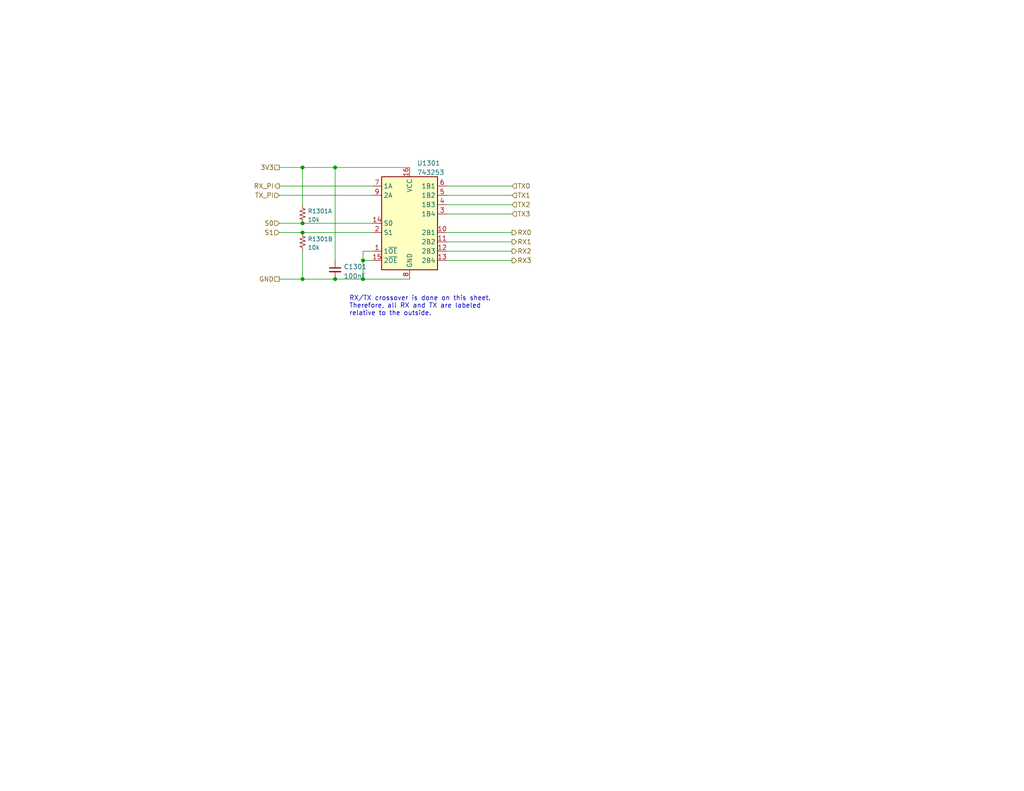
<source format=kicad_sch>
(kicad_sch (version 20211123) (generator eeschema)
  (paper "USLetter")
  (title_block (title "Rollercoasterometer") (date "2022-10-07") (company "Kwan Systems"))
  (lib_symbols
    (symbol "Analog_Switch:SN74CBT3253"
      (property "Reference" "U" (at -7.62 13.97 0))
      (property "Value" "SN74CBT3253" (at -11.43 -13.97 0))
      (symbol "SN74CBT3253_0_1"
        (rectangle (start -7.62 12.7) (end 7.62 -12.7) (stroke (width 0.254)) (fill (type background)))
        (rectangle (start 7.62 -12.7) (end 7.62 -12.7))
      )
      (symbol "SN74CBT3253_1_1"
        (pin input line (at -10.16 -7.62 0) (length 2.54) (name "1~{OE}") (number "1"))
        (pin bidirectional line (at 10.16 -2.54 180) (length 2.54) (name "2B1") (number "10"))
        (pin bidirectional line (at 10.16 -5.08 180) (length 2.54) (name "2B2") (number "11"))
        (pin bidirectional line (at 10.16 -7.62 180) (length 2.54) (name "2B3") (number "12"))
        (pin bidirectional line (at 10.16 -10.16 180) (length 2.54) (name "2B4") (number "13"))
        (pin input line (at -10.16 0 0) (length 2.54) (name "S0") (number "14"))
        (pin input line (at -10.16 -10.16 0) (length 2.54) (name "2~{OE}") (number "15"))
        (pin power_in line (at 0 15.24 270) (length 2.54) (name "VCC") (number "16"))
        (pin input line (at -10.16 -2.54 0) (length 2.54) (name "S1") (number "2"))
        (pin bidirectional line (at 10.16 2.54 180) (length 2.54) (name "1B4") (number "3"))
        (pin bidirectional line (at 10.16 5.08 180) (length 2.54) (name "1B3") (number "4"))
        (pin bidirectional line (at 10.16 7.62 180) (length 2.54) (name "1B2") (number "5"))
        (pin bidirectional line (at 10.16 10.16 180) (length 2.54) (name "1B1") (number "6"))
        (pin bidirectional line (at -10.16 10.16 0) (length 2.54) (name "1A") (number "7"))
        (pin power_in line (at 0 -15.24 90) (length 2.54) (name "GND") (number "8"))
        (pin bidirectional line (at -10.16 7.62 0) (length 2.54) (name "2A") (number "9"))
      )
    )
    (symbol "Device:C_Small" (pin_numbers hide) (pin_names (offset 0.254) hide)
      (property "Reference" "C" (at 0.254 1.778 0))
      (property "Value" "C_Small" (at 0.254 -2.032 0))
      (symbol "C_Small_0_1"
        (polyline (pts (xy -1.524 -0.508) (xy 1.524 -0.508)) (stroke (width 0.3302)))
        (polyline (pts (xy -1.524 0.508) (xy 1.524 0.508)) (stroke (width 0.3048)))
      )
      (symbol "C_Small_1_1"
        (pin passive line (at 0 2.54 270) (length 2.032) (name "~") (number "1"))
        (pin passive line (at 0 -2.54 90) (length 2.032) (name "~") (number "2"))
      )
    )
    (symbol "KwanSystems:RP2" (pin_numbers hide) (pin_names (offset 0) hide)
      (property "Reference" "R" (at -1.27 1.27 0))
      (property "Value" "RP2" (at -1.27 -2.54 0))
      (symbol "RP2_0_1"
        (polyline (pts (xy 0 0) (xy -0.254 0.762) (xy -0.762 -0.762) (xy -1.27 0.762) (xy -1.524 0)))
        (polyline (pts (xy 0 0) (xy 0.254 -0.762) (xy 0.762 0.762) (xy 1.27 -0.762) (xy 1.524 0)))
      )
      (symbol "RP2_1_1"
        (pin passive line (at -2.54 0 0) (length 0.9906) (name "4") (number "1"))
        (pin passive line (at 2.54 0 180) (length 0.9906) (name "3") (number "4"))
      )
      (symbol "RP2_2_1"
        (pin passive line (at -2.54 0 0) (length 0.9906) (name "4") (number "2"))
        (pin passive line (at 2.54 0 180) (length 0.9906) (name "3") (number "3"))
      )
    )
  )
  (junction (at 99.06 76.2))
  (junction (at 82.55 63.5))
  (junction (at 82.55 60.96))
  (junction (at 91.44 76.2))
  (junction (at 82.55 45.72))
  (junction (at 91.44 45.72))
  (junction (at 82.55 76.2))
  (junction (at 99.06 71.12))
  (wire (pts (xy 76.2 50.8) (xy 101.6 50.8)))
  (wire (pts (xy 101.6 71.12) (xy 99.06 71.12)))
  (wire (pts (xy 76.2 60.96) (xy 82.55 60.96)))
  (wire (pts (xy 76.2 53.34) (xy 101.6 53.34)))
  (wire (pts (xy 99.06 76.2) (xy 111.76 76.2)))
  (wire (pts (xy 121.92 53.34) (xy 139.7 53.34)))
  (wire (pts (xy 121.92 50.8) (xy 139.7 50.8)))
  (wire (pts (xy 91.44 45.72) (xy 111.76 45.72)))
  (wire (pts (xy 99.06 71.12) (xy 99.06 76.2)))
  (wire (pts (xy 82.55 68.58) (xy 82.55 76.2)))
  (wire (pts (xy 99.06 68.58) (xy 99.06 71.12)))
  (wire (pts (xy 121.92 55.88) (xy 139.7 55.88)))
  (wire (pts (xy 82.55 45.72) (xy 91.44 45.72)))
  (wire (pts (xy 76.2 45.72) (xy 82.55 45.72)))
  (wire (pts (xy 91.44 76.2) (xy 99.06 76.2)))
  (wire (pts (xy 121.92 68.58) (xy 139.7 68.58)))
  (wire (pts (xy 82.55 76.2) (xy 91.44 76.2)))
  (wire (pts (xy 121.92 63.5) (xy 139.7 63.5)))
  (wire (pts (xy 82.55 63.5) (xy 101.6 63.5)))
  (wire (pts (xy 121.92 71.12) (xy 139.7 71.12)))
  (wire (pts (xy 82.55 45.72) (xy 82.55 55.88)))
  (wire (pts (xy 76.2 63.5) (xy 82.55 63.5)))
  (wire (pts (xy 82.55 60.96) (xy 101.6 60.96)))
  (wire (pts (xy 101.6 68.58) (xy 99.06 68.58)))
  (wire (pts (xy 121.92 58.42) (xy 139.7 58.42)))
  (wire (pts (xy 76.2 76.2) (xy 82.55 76.2)))
  (wire (pts (xy 121.92 66.04) (xy 139.7 66.04)))
  (wire (pts (xy 91.44 45.72) (xy 91.44 71.12)))
  (text "RX/TX crossover is done on this sheet. \nTherefore, all RX and TX are labeled\nrelative to the outside." (at 95.25 86.36 0) (effects (font (size 1.27 1.27)) (justify left bottom)))
  (hierarchical_label "GND" (shape passive) (at 76.2 76.2 180))
  (hierarchical_label "TX2" (shape input) (at 139.7 55.88 0))
  (hierarchical_label "RX_PI" (shape output) (at 76.2 50.8 180))
  (hierarchical_label "RX3" (shape output) (at 139.7 71.12 0))
  (hierarchical_label "RX1" (shape output) (at 139.7 66.04 0))
  (hierarchical_label "S0" (shape input) (at 76.2 60.96 180))
  (hierarchical_label "TX3" (shape input) (at 139.7 58.42 0))
  (hierarchical_label "RX2" (shape output) (at 139.7 68.58 0))
  (hierarchical_label "TX0" (shape input) (at 139.7 50.8 0))
  (hierarchical_label "TX1" (shape input) (at 139.7 53.34 0))
  (hierarchical_label "S1" (shape input) (at 76.2 63.5 180))
  (hierarchical_label "RX0" (shape output) (at 139.7 63.5 0))
  (hierarchical_label "TX_PI" (shape input) (at 76.2 53.34 180))
  (hierarchical_label "3V3" (shape passive) (at 76.2 45.72 180))
  (symbol (lib_id "Device:C_Small") (at 91.44 73.66 0) (unit 1)
    (property "Reference" "C1301" (at 93.7641 72.8316 0) (effects (justify left)))
    (property "Value" "100nF" (at 93.7641 75.3685 0) (effects (justify left)))
    (property "Footprint" "Capacitor_SMD:C_0402_1005Metric" (effects hide))
    (property "Digikey" "399-C0402C104K4RAC7411CT-ND" (effects hide))
  )
  (symbol (lib_id "Analog_Switch:SN74CBT3253") (at 111.76 60.96 0) (unit 1)
    (property "Reference" "U1301" (at 113.7794 44.5602 0) (effects (justify left)))
    (property "Value" "743253" (at 113.7794 47.0971 0) (effects (justify left)))
    (property "Footprint" "Package_SO:TSSOP-16_4.4x5mm_P0.65mm" (effects hide))
    (property "Datasheet" "https://assets.nexperia.com/documents/data-sheet/74CB3Q3253.pdf" (effects hide))
    (property "Purpose" "UART Multiplexer" (effects hide))
    (property "Mouser" "771-74CBTLV3253PW118" (effects hide))
  )
  (symbol (lib_id "KwanSystems:RP2") (at 82.55 58.42 90) (unit 1)
    (property "Reference" "R1301" (at 83.947 57.6561 90) (effects (font (size 1.143 1.143)) (justify right)))
    (property "Value" "10k" (at 83.947 59.9647 90) (effects (font (size 1.143 1.143)) (justify right)))
    (property "Footprint" "KwanSystems:R_Array_Convex_2x0402" (effects hide))
    (property "Digikey" "Y5103CT-ND" (effects hide))
  )
  (symbol (lib_id "KwanSystems:RP2") (at 82.55 66.04 90) (unit 2)
    (property "Reference" "R1301" (at 83.947 65.2761 90) (effects (font (size 1.143 1.143)) (justify right)))
    (property "Value" "10k" (at 83.947 67.5847 90) (effects (font (size 1.143 1.143)) (justify right)))
    (property "Footprint" "KwanSystems:R_Array_Convex_2x0402" (effects hide))
    (property "Digikey" "Y5103CT-ND" (effects hide))
  )
)
</source>
